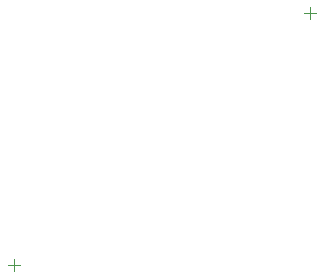
<source format=gbr>
%TF.GenerationSoftware,Altium Limited,Altium Designer,25.8.1 (18)*%
G04 Layer_Color=32896*
%FSLAX45Y45*%
%MOMM*%
%TF.SameCoordinates,5194DE87-2E3A-4D0E-B7FB-1F2D01658319*%
%TF.FilePolarity,Positive*%
%TF.FileFunction,Other,Bottom_Component_Center*%
%TF.Part,Single*%
G01*
G75*
%TA.AperFunction,NonConductor*%
%ADD39C,0.10000*%
D39*
X9030500Y8191500D02*
X9130500D01*
X9080500Y8141500D02*
Y8241500D01*
X6528600Y6058000D02*
X6628600D01*
X6578600Y6008000D02*
Y6108000D01*
%TF.MD5,93510732885b91e22ebc55748aee360d*%
M02*

</source>
